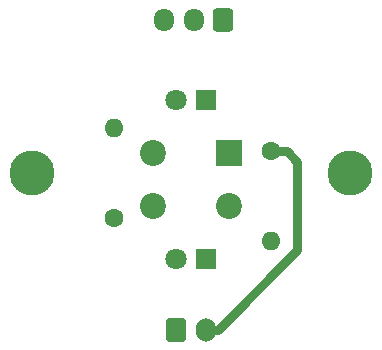
<source format=gbr>
%TF.GenerationSoftware,KiCad,Pcbnew,7.0.9*%
%TF.CreationDate,2024-03-13T22:22:46+01:00*%
%TF.ProjectId,KorryLargePCB,4b6f7272-794c-4617-9267-655043422e6b,rev?*%
%TF.SameCoordinates,Original*%
%TF.FileFunction,Copper,L2,Bot*%
%TF.FilePolarity,Positive*%
%FSLAX46Y46*%
G04 Gerber Fmt 4.6, Leading zero omitted, Abs format (unit mm)*
G04 Created by KiCad (PCBNEW 7.0.9) date 2024-03-13 22:22:46*
%MOMM*%
%LPD*%
G01*
G04 APERTURE LIST*
G04 Aperture macros list*
%AMRoundRect*
0 Rectangle with rounded corners*
0 $1 Rounding radius*
0 $2 $3 $4 $5 $6 $7 $8 $9 X,Y pos of 4 corners*
0 Add a 4 corners polygon primitive as box body*
4,1,4,$2,$3,$4,$5,$6,$7,$8,$9,$2,$3,0*
0 Add four circle primitives for the rounded corners*
1,1,$1+$1,$2,$3*
1,1,$1+$1,$4,$5*
1,1,$1+$1,$6,$7*
1,1,$1+$1,$8,$9*
0 Add four rect primitives between the rounded corners*
20,1,$1+$1,$2,$3,$4,$5,0*
20,1,$1+$1,$4,$5,$6,$7,0*
20,1,$1+$1,$6,$7,$8,$9,0*
20,1,$1+$1,$8,$9,$2,$3,0*%
G04 Aperture macros list end*
%TA.AperFunction,ComponentPad*%
%ADD10C,1.600000*%
%TD*%
%TA.AperFunction,ComponentPad*%
%ADD11O,1.600000X1.600000*%
%TD*%
%TA.AperFunction,ComponentPad*%
%ADD12RoundRect,0.250000X-0.600000X-0.750000X0.600000X-0.750000X0.600000X0.750000X-0.600000X0.750000X0*%
%TD*%
%TA.AperFunction,ComponentPad*%
%ADD13O,1.700000X2.000000*%
%TD*%
%TA.AperFunction,ComponentPad*%
%ADD14RoundRect,0.250000X0.600000X0.725000X-0.600000X0.725000X-0.600000X-0.725000X0.600000X-0.725000X0*%
%TD*%
%TA.AperFunction,ComponentPad*%
%ADD15O,1.700000X1.950000*%
%TD*%
%TA.AperFunction,ComponentPad*%
%ADD16C,2.600000*%
%TD*%
%TA.AperFunction,ConnectorPad*%
%ADD17C,3.800000*%
%TD*%
%TA.AperFunction,ComponentPad*%
%ADD18R,2.200000X2.200000*%
%TD*%
%TA.AperFunction,ComponentPad*%
%ADD19C,2.200000*%
%TD*%
%TA.AperFunction,ComponentPad*%
%ADD20R,1.800000X1.800000*%
%TD*%
%TA.AperFunction,ComponentPad*%
%ADD21C,1.800000*%
%TD*%
%TA.AperFunction,Conductor*%
%ADD22C,0.800000*%
%TD*%
G04 APERTURE END LIST*
D10*
%TO.P,R1,1*%
%TO.N,Net-(D1-K)*%
X54500000Y-39810000D03*
D11*
%TO.P,R1,2*%
%TO.N,GND*%
X54500000Y-32190000D03*
%TD*%
D12*
%TO.P,J2,1,Pin_1*%
%TO.N,+9V*%
X59750000Y-49250000D03*
D13*
%TO.P,J2,2,Pin_2*%
%TO.N,/LED_PCB*%
X62250000Y-49250000D03*
%TD*%
D14*
%TO.P,J1,1,Pin_1*%
%TO.N,/BTN_INPUT*%
X63750000Y-23000000D03*
D15*
%TO.P,J1,2,Pin_2*%
%TO.N,/LED_INPUT*%
X61250000Y-23000000D03*
%TO.P,J1,3,Pin_3*%
%TO.N,GND*%
X58750000Y-23000000D03*
%TD*%
D10*
%TO.P,R2,1*%
%TO.N,/LED_PCB*%
X67750000Y-34130000D03*
D11*
%TO.P,R2,2*%
%TO.N,Net-(D2-K)*%
X67750000Y-41750000D03*
%TD*%
D16*
%TO.P,H2,1*%
%TO.N,N/C*%
X74500000Y-36000000D03*
D17*
X74500000Y-36000000D03*
%TD*%
D16*
%TO.P,H1,1*%
%TO.N,N/C*%
X47500000Y-36000000D03*
D17*
X47500000Y-36000000D03*
%TD*%
D18*
%TO.P,S1,1*%
%TO.N,/BTN_INPUT*%
X64250000Y-34250000D03*
D19*
%TO.P,S1,2*%
%TO.N,unconnected-(S1-Pad2)*%
X57750000Y-34250000D03*
%TO.P,S1,3*%
%TO.N,GND*%
X64250000Y-38750000D03*
%TO.P,S1,4*%
%TO.N,unconnected-(S1-Pad4)*%
X57750000Y-38750000D03*
%TD*%
D20*
%TO.P,D1,1,K*%
%TO.N,Net-(D1-K)*%
X62275000Y-29750000D03*
D21*
%TO.P,D1,2,A*%
%TO.N,/LED_INPUT*%
X59735000Y-29750000D03*
%TD*%
D20*
%TO.P,D2,1,K*%
%TO.N,Net-(D2-K)*%
X62250000Y-43250000D03*
D21*
%TO.P,D2,2,A*%
%TO.N,+9V*%
X59710000Y-43250000D03*
%TD*%
D22*
%TO.N,/LED_PCB*%
X63250000Y-49250000D02*
X70000002Y-42499998D01*
X69130000Y-34130000D02*
X70000000Y-35000000D01*
X67750000Y-34130000D02*
X69130000Y-34130000D01*
X70000002Y-42499998D02*
X70000002Y-35000000D01*
X62250000Y-49250000D02*
X63250000Y-49250000D01*
%TD*%
M02*

</source>
